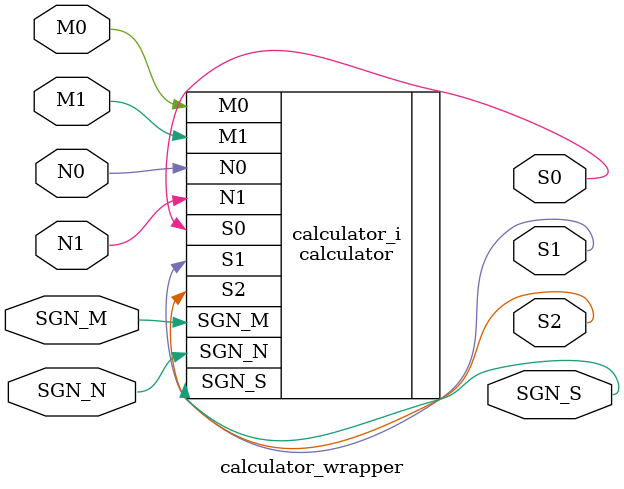
<source format=v>
`timescale 1 ps / 1 ps

module calculator_wrapper
   (M0,
    M1,
    N0,
    N1,
    S0,
    S1,
    S2,
    SGN_M,
    SGN_N,
    SGN_S);
  input M0;
  input M1;
  input N0;
  input N1;
  output S0;
  output S1;
  output S2;
  input SGN_M;
  input SGN_N;
  output SGN_S;

  wire M0;
  wire M1;
  wire N0;
  wire N1;
  wire S0;
  wire S1;
  wire S2;
  wire SGN_M;
  wire SGN_N;
  wire SGN_S;

  calculator calculator_i
       (.M0(M0),
        .M1(M1),
        .N0(N0),
        .N1(N1),
        .S0(S0),
        .S1(S1),
        .S2(S2),
        .SGN_M(SGN_M),
        .SGN_N(SGN_N),
        .SGN_S(SGN_S));
endmodule

</source>
